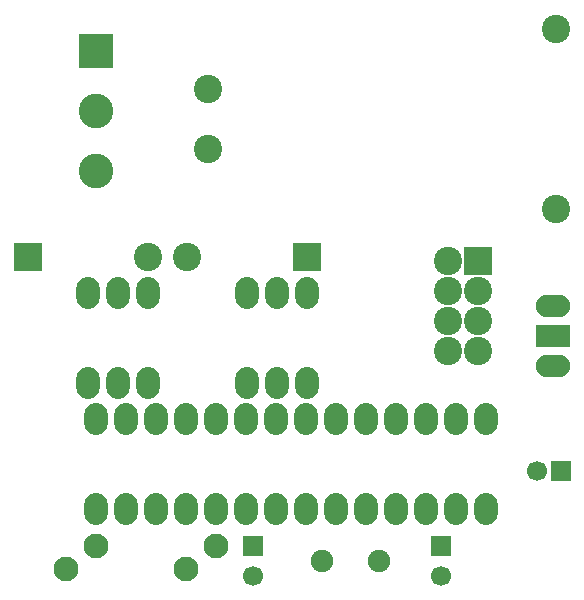
<source format=gts>
G04 #@! TF.FileFunction,Soldermask,Top*
%FSLAX46Y46*%
G04 Gerber Fmt 4.6, Leading zero omitted, Abs format (unit mm)*
G04 Created by KiCad (PCBNEW 4.0.4+e1-6308~48~ubuntu15.10.1-stable) date Mon Sep 26 14:10:36 2016*
%MOMM*%
%LPD*%
G01*
G04 APERTURE LIST*
%ADD10C,0.100000*%
%ADD11C,2.099260*%
%ADD12R,2.899360X1.901140*%
%ADD13O,2.899360X1.901140*%
%ADD14R,2.940000X2.940000*%
%ADD15C,2.940000*%
%ADD16R,1.700000X1.700000*%
%ADD17C,1.700000*%
%ADD18C,2.398980*%
%ADD19R,2.398980X2.398980*%
%ADD20O,2.000000X2.700000*%
%ADD21R,2.400000X2.400000*%
%ADD22C,2.400000*%
%ADD23C,1.901140*%
G04 APERTURE END LIST*
D10*
D11*
X149225520Y-127632460D03*
X139065520Y-127632460D03*
D12*
X180340000Y-107952540D03*
D13*
X180340000Y-110492540D03*
X180340000Y-105412540D03*
D14*
X141605000Y-83820000D03*
D15*
X141605000Y-88900000D03*
X141605000Y-93980000D03*
D16*
X154940000Y-125730000D03*
D17*
X154940000Y-128230000D03*
D16*
X170815000Y-125730000D03*
D17*
X170815000Y-128230000D03*
D16*
X180975000Y-119380000D03*
D17*
X178975000Y-119380000D03*
D18*
X146050000Y-101216460D03*
D19*
X135890000Y-101216460D03*
D18*
X149352000Y-101221540D03*
D19*
X159512000Y-101221540D03*
D20*
X141605000Y-122555000D03*
X144145000Y-122555000D03*
X146685000Y-122555000D03*
X149225000Y-122555000D03*
X151765000Y-122555000D03*
X154305000Y-122555000D03*
X156845000Y-122555000D03*
X159385000Y-122555000D03*
X161925000Y-122555000D03*
X164465000Y-122555000D03*
X167005000Y-122555000D03*
X169545000Y-122555000D03*
X172085000Y-122555000D03*
X174625000Y-122555000D03*
X174625000Y-114935000D03*
X172085000Y-114935000D03*
X169545000Y-114935000D03*
X167005000Y-114935000D03*
X164465000Y-114935000D03*
X161925000Y-114935000D03*
X159385000Y-114935000D03*
X156845000Y-114935000D03*
X154305000Y-114935000D03*
X151765000Y-114935000D03*
X149225000Y-114935000D03*
X146685000Y-114935000D03*
X144145000Y-114935000D03*
X141605000Y-114935000D03*
D11*
X151765520Y-125727460D03*
X141605520Y-125727460D03*
D21*
X173990000Y-101600000D03*
D22*
X171450000Y-101600000D03*
X173990000Y-104140000D03*
X171450000Y-104140000D03*
X173990000Y-106680000D03*
X171450000Y-106680000D03*
X173990000Y-109220000D03*
X171450000Y-109220000D03*
X151130000Y-86995000D03*
X151130000Y-92075000D03*
X180594000Y-81915000D03*
X180594000Y-97155000D03*
D23*
X160754060Y-127000000D03*
X165635940Y-127000000D03*
D20*
X140970000Y-111887000D03*
X143510000Y-111887000D03*
X146050000Y-111887000D03*
X146050000Y-104267000D03*
X143510000Y-104267000D03*
X140970000Y-104267000D03*
X154432000Y-111887000D03*
X156972000Y-111887000D03*
X159512000Y-111887000D03*
X159512000Y-104267000D03*
X156972000Y-104267000D03*
X154432000Y-104267000D03*
M02*

</source>
